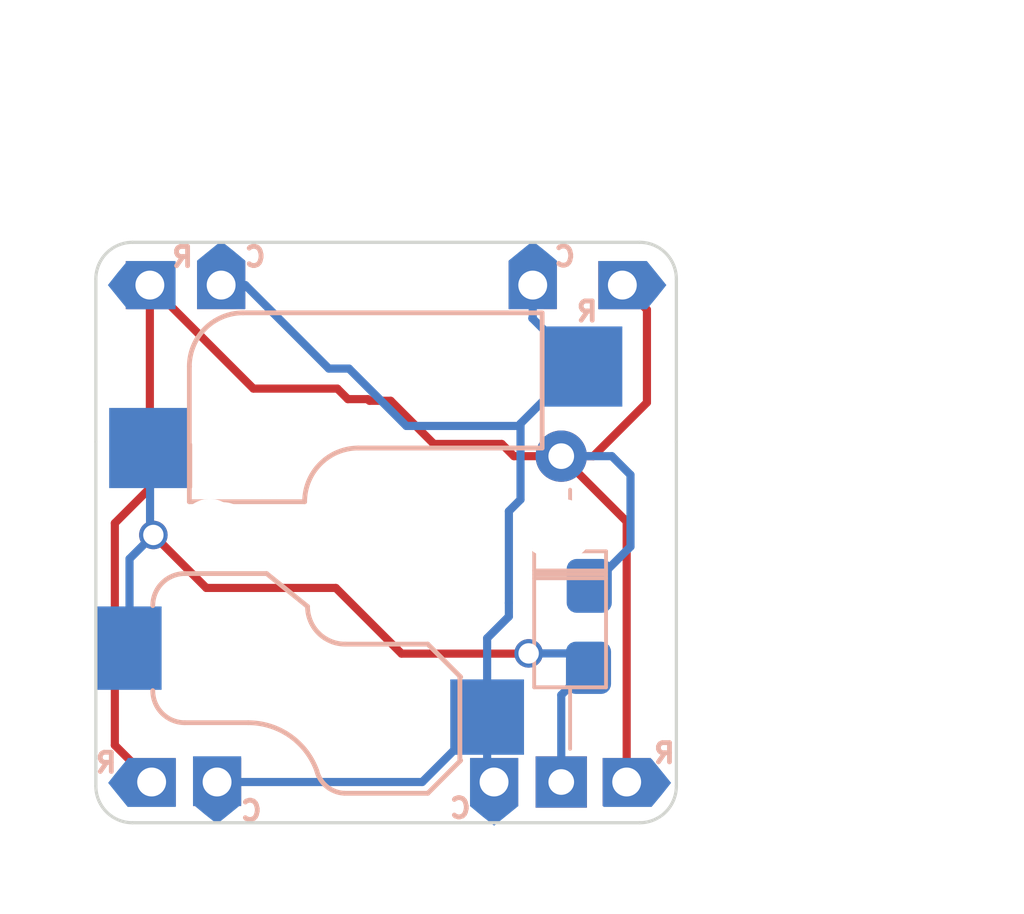
<source format=kicad_pcb>
(kicad_pcb (version 20211014) (generator pcbnew)
  (layers (0 "F.Cu" signal) (31 "B.Cu" signal) (34 "B.Paste" user) (35 "F.Paste" user) (36 "B.SilkS" user "B.Silkscreen") (37 "F.SilkS" user "F.Silkscreen") (38 "B.Mask" user) (39 "F.Mask" user) (44 "Edge.Cuts" user))
  (net 0 "")
  (net 1 "/key/SC0")
  (net 2 "/key/SR0")
  (net 3 "/key/switch/N-SD0")
  (footprint "amoeba-modules:SolderWirePad_1x01_Drill0.9mm_square" (layer "F.Cu") (at 241.554 102.87)
    (fp_text reference "SR0" hide)
    (fp_text value "Conn_01x01")
    (pad "1" thru_hole rect locked (at 0 0) (size 1.5 1.5) (drill 0.9) (layers *.Cu *.Mask) (net 2 "/key/SR0"))
  )
  (footprint "amoeba-modules:SolderWirePad_1x01_Drill0.9mm_square" (layer "F.Cu") (at 252.2855 118.364)
    (fp_text reference "SC1:1" hide)
    (fp_text value "Conn_01x01")
    (pad "1" thru_hole rect locked (at 0 0) (size 1.5 1.5) (drill 0.9) (layers *.Cu *.Mask) (net 1 "/key/SC0"))
  )
  (footprint "amoeba-modules:SolderWirePad_1x01_Drill0.9mm_square" (layer "F.Cu") (at 256.286 102.87)
    (fp_text reference "SR1" hide)
    (fp_text value "Conn_01x01")
    (pad "1" thru_hole rect locked (at 0 0) (size 1.5 1.5) (drill 0.9) (layers *.Cu *.Mask) (net 2 "/key/SR0"))
  )
  (footprint "amoeba-modules:SolderWirePad_1x01_Drill0.9mm_square" (layer "F.Cu") (at 243.6495 118.364)
    (fp_text reference "SC1:0" hide)
    (fp_text value "Conn_01x01")
    (pad "1" thru_hole rect locked (at 0 0) (size 1.5 1.5) (drill 0.9) (layers *.Cu *.Mask) (net 1 "/key/SC0"))
  )
  (footprint "amoeba-modules:SolderWirePad_1x01_Drill0.9mm_square" (layer "F.Cu") (at 253.492 102.87)
    (fp_text reference "SC0:0" hide)
    (fp_text value "Conn_01x01")
    (pad "1" thru_hole rect locked (at 0 0) (size 1.5 1.5) (drill 0.9) (layers *.Cu *.Mask) (net 1 "/key/SC0"))
  )
  (footprint "amoeba-modules:SolderWirePad_1x01_Drill0.9mm_square" (layer "F.Cu") (at 243.7765 102.87)
    (fp_text reference "SC0:1" hide)
    (fp_text value "Conn_01x01")
    (pad "1" thru_hole rect locked (at 0 0) (size 1.5 1.5) (drill 0.9) (layers *.Cu *.Mask) (net 1 "/key/SC0"))
  )
  (footprint "" (layer "F.Cu") (at 256.921 118.364)
    (fp_text reference "" (at 0 0) (layer "F.SilkS") (effects (font (size 1.27 1.27))))
    (fp_text value "" (at 0 0) (layer "F.SilkS") (effects (font (size 1.27 1.27))))
    (pad "1" thru_hole rect locked (at -0.5 0) (size 1.5 1.5) (drill 0.9) (layers *.Cu *.Mask) (net 2 "/key/SR0"))
  )
  (footprint "" (layer "F.Cu") (at 241.1095 118.364)
    (fp_text reference "" (at 0 0) (layer "F.SilkS") (effects (font (size 1.27 1.27))))
    (fp_text value "" (at 0 0) (layer "F.SilkS") (effects (font (size 1.27 1.27))))
    (pad "1" thru_hole rect locked (at 0.5 0) (size 1.5 1.5) (drill 0.9) (layers *.Cu *.Mask) (net 2 "/key/SR0"))
  )
  (footprint "kbd:ChocV1_V2_Hotswap" (layer "F.Cu") (at 248.92 110.49)
    (fp_text reference "SW1" hide)
    (fp_text value "SW_PUSH" hide)
    (fp_line (start -4.3 6.025) (end -6.275 6.025) (layer "B.SilkS") (width 0.15))
    (fp_line (start -3.725 1.375) (end -2.45 2.4) (layer "B.SilkS") (width 0.15))
    (fp_line (start 1.3 3.575) (end 2.325 4.6) (layer "B.SilkS") (width 0.15))
    (fp_line (start 2.3 4.575) (end 2.3 7.225) (layer "B.SilkS") (width 0.15))
    (fp_line (start 1.3 8.225) (end 2.325 7.2) (layer "B.SilkS") (width 0.15))
    (fp_line (start 1.3 3.575) (end -1.275 3.575) (layer "B.SilkS") (width 0.15))
    (fp_line (start 1.3 8.225) (end -1.3 8.225) (layer "B.SilkS") (width 0.15))
    (fp_line (start -3.725 1.375) (end -6.275 1.375) (layer "B.SilkS") (width 0.15))
    (fp_arc (start -1.300995 8.223791) (mid -1.848284 8.016021) (end -2.162199 7.521904) (layer "B.SilkS") (width 0.15))
    (fp_arc (start -6.275 6.025) (mid -6.982107 5.732107) (end -7.275 5.025) (layer "B.SilkS") (width 0.15))
    (fp_arc (start -7.275 2.375) (mid -6.982107 1.667893) (end -6.275 1.375) (layer "B.SilkS") (width 0.15))
    (fp_arc (start -4.3 6.025) (mid -2.995114 6.436429) (end -2.162199 7.521904) (layer "B.SilkS") (width 0.15))
    (fp_arc (start -1.275 3.575) (mid -2.10585 3.23085) (end -2.45 2.4) (layer "B.SilkS") (width 0.15))
    (pad "" np_thru_hole circle (at 5.5 0 90) (size 1.9 1.9) (drill 1.9) (layers *.Cu))
    (pad "" np_thru_hole circle (at -5 3.7 90) (size 3 3) (drill 3) (layers *.Cu *.Mask))
    (pad "" np_thru_hole circle (at 0 5.9 90) (size 3 3) (drill 3) (layers *.Cu *.Mask))
    (pad "" np_thru_hole circle (at -5.5 0 90) (size 1.9 1.9) (drill 1.9) (layers *.Cu))
    (pad "1" smd rect (at -8 3.7 180) (size 2 2.6) (layers "B.Cu" "B.Paste" "B.Mask") (net 3 "/key/switch/N-SD0"))
    (pad "2" smd rect (at 3.15 5.85 180) (size 2.3 2.35) (layers "B.Cu" "B.Paste" "B.Mask") (net 1 "/key/SC0"))
  )
  (footprint "pad-arrow-square" (layer "B.Cu") (at 253.492 102.5525 90)
    (fp_text reference "pad-arrow-square" hide)
    (fp_text value "G***" hide)
    (fp_poly (pts (xy -1.053924 -0.749653) (xy -1.053924 0.749653) (xy 0.445382 0.749653) (xy 0.754063 0.379236) (xy 1.053924 0) (xy 0.754063 -0.370417) (xy 0.445382 -0.749653) (xy -1.053924 -0.749653)) (layer "B.Cu") (width 0.00254) (fill solid))
  )
  (footprint "pad-arrow-square" (layer "B.Cu") (at 241.3 102.87 180)
    (fp_text reference "pad-arrow-square" hide)
    (fp_text value "G***" hide)
    (fp_poly (pts (xy -1.053924 -0.749653) (xy -1.053924 0.749653) (xy 0.445382 0.749653) (xy 0.754063 0.379236) (xy 1.053924 0) (xy 0.754063 -0.370417) (xy 0.445382 -0.749653) (xy -1.053924 -0.749653)) (layer "B.Cu") (width 0.00254) (fill solid))
  )
  (footprint "pad-arrow-square" (layer "B.Cu") (at 252.288199 118.670128 -90)
    (fp_text reference "pad-arrow-square" hide)
    (fp_text value "G***" hide)
    (fp_poly (pts (xy -1.053924 -0.749653) (xy -1.053924 0.749653) (xy 0.445382 0.749653) (xy 0.754063 0.379236) (xy 1.053924 0) (xy 0.754063 -0.370417) (xy 0.445382 -0.749653) (xy -1.053924 -0.749653)) (layer "B.Cu") (width 0.00254) (fill solid))
  )
  (footprint "pad-arrow-square" (layer "B.Cu") (at 256.6035 102.87)
    (fp_text reference "pad-arrow-square" hide)
    (fp_text value "G***" hide)
    (fp_poly (pts (xy -1.053924 -0.749653) (xy -1.053924 0.749653) (xy 0.445382 0.749653) (xy 0.754063 0.379236) (xy 1.053924 0) (xy 0.754063 -0.370417) (xy 0.445382 -0.749653) (xy -1.053924 -0.749653)) (layer "B.Cu") (width 0.00254) (fill solid))
  )
  (footprint "Diode_SMD:D_0805_2012Metric_Pad1.15x1.40mm_HandSolder" (layer "B.Cu") (at 255.254 113.538 90)
    (fp_text reference "D1" hide)
    (fp_text value "DIODE")
    (pad "1" smd roundrect (at -1.264939 -0.023442 90) (size 1.629879 1.40619) (layers "B.Cu" "B.Paste" "B.Mask") (roundrect_rratio 0.2173909642) (net 3 "/key/switch/N-SD0"))
    (pad "2" smd roundrect (at 1.289748 -0.000413 90) (size 1.679496 1.407033) (layers "B.Cu" "B.Paste" "B.Mask") (roundrect_rratio 0.2173900683) (net 2 "/key/SR0"))
  )
  (footprint "pad-arrow-square" (layer "B.Cu") (at 243.7765 102.5525 90)
    (fp_text reference "pad-arrow-square" hide)
    (fp_text value "G***" hide)
    (fp_poly (pts (xy -1.053924 -0.749653) (xy -1.053924 0.749653) (xy 0.445382 0.749653) (xy 0.754063 0.379236) (xy 1.053924 0) (xy 0.754063 -0.370417) (xy 0.445382 -0.749653) (xy -1.053924 -0.749653)) (layer "B.Cu") (width 0.00254) (fill solid))
  )
  (footprint "pad-arrow-square" (layer "B.Cu") (at 243.6495 118.618 -90)
    (fp_text reference "pad-arrow-square" hide)
    (fp_text value "G***" hide)
    (fp_poly (pts (xy -1.053924 -0.749653) (xy -1.053924 0.749653) (xy 0.445382 0.749653) (xy 0.754063 0.379236) (xy 1.053924 0) (xy 0.754063 -0.370417) (xy 0.445382 -0.749653) (xy -1.053924 -0.749653)) (layer "B.Cu") (width 0.00254) (fill solid))
  )
  (footprint "Diode_THT:D_DO-35_SOD27_P10.16mm_Horizontal" (layer "B.Cu") (at 254.381 118.364 90)
    (fp_text reference "D0" hide)
    (fp_text value "DIODE")
    (fp_line (start 6.593295 -0.843958) (end 6.593295 1.396042) (layer "B.SilkS") (width 0.12))
    (fp_line (start 9.113295 0.276042) (end 7.193295 0.276042) (layer "B.SilkS") (width 0.12))
    (fp_line (start 2.953295 -0.843958) (end 7.193295 -0.843958) (layer "B.SilkS") (width 0.12))
    (fp_line (start 2.953295 1.396042) (end 2.953295 -0.843958) (layer "B.SilkS") (width 0.12))
    (fp_line (start 6.353295 -0.843958) (end 6.353295 1.396042) (layer "B.SilkS") (width 0.12))
    (fp_line (start 7.193295 -0.843958) (end 7.193295 1.396042) (layer "B.SilkS") (width 0.12))
    (fp_line (start 6.473295 -0.843958) (end 6.473295 1.396042) (layer "B.SilkS") (width 0.12))
    (fp_line (start 1.033295 0.276042) (end 2.953295 0.276042) (layer "B.SilkS") (width 0.12))
    (fp_line (start 7.193295 1.396042) (end 2.953295 1.396042) (layer "B.SilkS") (width 0.12))
    (pad "1" thru_hole rect (at 0 0 90) (size 1.6 1.6) (drill 0.8) (layers *.Cu *.Mask) (net 3 "/key/switch/N-SD0"))
    (pad "2" thru_hole oval (at 10.16 0 90) (size 1.6 1.6) (drill 0.8) (layers *.Cu *.Mask) (net 2 "/key/SR0"))
  )
  (footprint "amoeba-modules:Kailh_MX_Socket" (layer "B.Cu") (at 248.92 110.49 180)
    (fp_text reference "S0" hide)
    (fp_text value "MX1A" hide)
    (fp_line (start 6.135 0.865) (end 2.54 0.865) (layer "B.SilkS") (width 0.15))
    (fp_line (start 6.135 5.08) (end 6.135 0.865) (layer "B.SilkS") (width 0.15))
    (fp_line (start 0.865 2.54) (end -4.865 2.54) (layer "B.SilkS") (width 0.15))
    (fp_line (start -4.865 6.75) (end -4.865 2.54) (layer "B.SilkS") (width 0.15))
    (fp_line (start 4.46 6.755) (end -4.865 6.755) (layer "B.SilkS") (width 0.15))
    (fp_arc (start 2.54 0.865) (mid 2.049404 2.049404) (end 0.865 2.54) (layer "B.SilkS") (width 0.15))
    (fp_arc (start 6.135 5.08) (mid 5.644404 6.264404) (end 4.46 6.755) (layer "B.SilkS") (width 0.15))
    (pad "" np_thru_hole circle locked (at 3.81 2.54 180) (size 2.95 2.95) (drill 2.95) (layers *.Cu *.Mask))
    (pad "" np_thru_hole circle locked (at 0 0 180) (size 3.98018 3.98018) (drill 3.98018) (layers *.Cu *.Mask))
    (pad "" np_thru_hole circle locked (at -5.08 0 180) (size 1.7 1.7) (drill 1.7) (layers *.Cu *.Mask))
    (pad "" np_thru_hole circle locked (at 5.08 0 180) (size 1.7 1.7) (drill 1.7) (layers *.Cu *.Mask))
    (pad "" np_thru_hole circle locked (at -2.54 5.08 180) (size 2.95 2.95) (drill 2.95) (layers *.Cu *.Mask))
    (pad "1" smd rect locked (at 7.36 2.54 180) (size 2.55 2.5) (layers "B.Cu" "B.Paste" "B.Mask") (net 3 "/key/switch/N-SD0"))
    (pad "2" smd rect locked (at -6.09 5.08 180) (size 2.55 2.5) (layers "B.Cu" "B.Paste" "B.Mask") (net 1 "/key/SC0"))
  )
  (footprint "pad-arrow-square" (layer "B.Cu") (at 241.308181 118.390569 180)
    (fp_text reference "pad-arrow-square" hide)
    (fp_text value "G***" hide)
    (fp_poly (pts (xy -1.053924 -0.749653) (xy -1.053924 0.749653) (xy 0.445382 0.749653) (xy 0.754063 0.379236) (xy 1.053924 0) (xy 0.754063 -0.370417) (xy 0.445382 -0.749653) (xy -1.053924 -0.749653)) (layer "B.Cu") (width 0.00254) (fill solid))
  )
  (footprint "pad-arrow-square" (layer "B.Cu") (at 256.750677 118.390569)
    (fp_text reference "pad-arrow-square" hide)
    (fp_text value "G***" hide)
    (fp_poly (pts (xy -1.053924 -0.749653) (xy -1.053924 0.749653) (xy 0.445382 0.749653) (xy 0.754063 0.379236) (xy 1.053924 0) (xy 0.754063 -0.370417) (xy 0.445382 -0.749653) (xy -1.053924 -0.749653)) (layer "B.Cu") (width 0.00254) (fill solid))
  )
  (gr_line (start 242.824 109.1692) (end 242.824 107.8357) (layer "B.SilkS") (width 0.1))
  (gr_arc (start 241.013 119.634) (mid 240.204777 119.299223) (end 239.87 118.491) (layer "Edge.Cuts") (width 0.1))
  (gr_arc (start 239.87 102.6795) (mid 240.204777 101.871277) (end 241.013 101.5365) (layer "Edge.Cuts") (width 0.1))
  (gr_line (start 241.013 119.634) (end 256.827 119.634) (layer "Edge.Cuts") (width 0.1))
  (gr_line (start 241.013 101.5365) (end 256.827 101.5365) (layer "Edge.Cuts") (width 0.1))
  (gr_line (start 239.87 118.491) (end 239.87 107.7595) (layer "Edge.Cuts") (width 0.1))
  (gr_line (start 239.87 102.6795) (end 239.87 107.7595) (layer "Edge.Cuts") (width 0.1))
  (gr_line (start 257.97 102.6795) (end 257.97 107.7595) (layer "Edge.Cuts") (width 0.1))
  (gr_line (start 257.97 118.491) (end 257.97 107.7595) (layer "Edge.Cuts") (width 0.1))
  (gr_arc (start 257.97 118.491) (mid 257.635223 119.299223) (end 256.827 119.634) (layer "Edge.Cuts") (width 0.1))
  (gr_arc (start 256.827 101.5365) (mid 257.635223 101.871277) (end 257.97 102.6795) (layer "Edge.Cuts") (width 0.1))
  (gr_text "R" (at 242.971511 101.996443) (layer "B.SilkS") (effects (font (size 0.6 0.6)) (justify left mirror)))
  (gr_text "C" (at 254.889 101.981) (layer "B.SilkS") (effects (font (size 0.6 0.6)) (justify left mirror)))
  (gr_text "R" (at 255.5875 103.6955) (layer "B.SilkS") (effects (font (size 0.6 0.6)) (justify left mirror)))
  (gr_text "R" (at 257.99646 117.46683) (layer "B.SilkS") (effects (font (size 0.6 0.6)) (justify left mirror)))
  (gr_text "R" (at 240.592872 117.765778) (layer "B.SilkS") (effects (font (size 0.6 0.6)) (justify left mirror)))
  (gr_text "C" (at 251.632753 119.181232) (layer "B.SilkS") (effects (font (size 0.6 0.6)) (justify left mirror)))
  (gr_text "C" (at 245.23557 101.990759) (layer "B.SilkS") (effects (font (size 0.6 0.6)) (justify left mirror)))
  (gr_text "C" (at 245.115961 119.262071) (layer "B.SilkS") (effects (font (size 0.6 0.6)) (justify left mirror)))
  (segment (start 254.985 105.41) (end 255.01 105.41) (width 0.254) (layer "B.Cu") (net 1))
  (segment (start 252.07 113.880509) (end 252.07 116.34) (width 0.254) (layer "B.Cu") (net 1))
  (segment (start 252.730009 113.2205) (end 252.748155 113.202354) (width 0.254) (layer "B.Cu") (net 1))
  (segment (start 243.7765 102.87) (end 244.530362 102.87) (width 0.254) (layer "B.Cu") (net 1))
  (segment (start 243.7765 102.87) (end 244.261618 102.87) (width 0.254) (layer "B.Cu") (net 1))
  (segment (start 253.492 102.87) (end 253.492 103.892) (width 0.254) (layer "B.Cu") (net 1))
  (segment (start 253.111 109.557118) (end 253.111 107.188) (width 0.254) (layer "B.Cu") (net 1))
  (segment (start 252.730009 113.2205) (end 252.07 113.880509) (width 0.254) (layer "B.Cu") (net 1))
  (segment (start 247.133862 105.4735) (end 247.762479 105.4735) (width 0.254) (layer "B.Cu") (net 1))
  (segment (start 244.530362 102.87) (end 247.133862 105.4735) (width 0.254) (layer "B.Cu") (net 1))
  (segment (start 249.55098 107.262001) (end 253.111 107.262001) (width 0.254) (layer "B.Cu") (net 1))
  (segment (start 252.748155 109.919963) (end 253.111 109.557118) (width 0.254) (layer "B.Cu") (net 1))
  (segment (start 253.481 103.906) (end 254.985 105.41) (width 0.254) (layer "B.Cu") (net 1))
  (segment (start 243.6495 118.364) (end 250.046 118.364) (width 0.254) (layer "B.Cu") (net 1))
  (segment (start 253.481 103.903) (end 253.481 103.906) (width 0.254) (layer "B.Cu") (net 1))
  (segment (start 253.492 103.892) (end 253.481 103.903) (width 0.254) (layer "B.Cu") (net 1))
  (segment (start 252.748155 112.781489) (end 252.748154 112.78149) (width 0.254) (layer "B.Cu") (net 1))
  (segment (start 252.07 118.1485) (end 252.2855 118.364) (width 0.254) (layer "B.Cu") (net 1))
  (segment (start 252.748155 113.202354) (end 252.748155 109.919963) (width 0.254) (layer "B.Cu") (net 1))
  (segment (start 247.762479 105.4735) (end 249.55098 107.262001) (width 0.254) (layer "B.Cu") (net 1))
  (segment (start 250.046 118.364) (end 252.07 116.34) (width 0.254) (layer "B.Cu") (net 1))
  (segment (start 253.111 107.188) (end 254.889 105.41) (width 0.254) (layer "B.Cu") (net 1))
  (segment (start 254.889 105.41) (end 255.01 105.41) (width 0.254) (layer "B.Cu") (net 1))
  (segment (start 252.07 116.34) (end 252.07 118.1485) (width 0.254) (layer "B.Cu") (net 1))
  (segment (start 241.554 102.87) (end 244.781999 106.097999) (width 0.254) (layer "F.Cu") (net 2))
  (segment (start 250.407694 107.82301) (end 249.062147 106.477463) (width 0.254) (layer "F.Cu") (net 2))
  (segment (start 240.462443 117.216943) (end 241.6095 118.364) (width 0.254) (layer "F.Cu") (net 2))
  (segment (start 252.905258 108.204) (end 252.524268 107.82301) (width 0.254) (layer "F.Cu") (net 2))
  (segment (start 247.399264 106.097999) (end 247.727274 106.426009) (width 0.254) (layer "F.Cu") (net 2))
  (segment (start 248.399963 106.477463) (end 248.348509 106.426009) (width 0.254) (layer "F.Cu") (net 2))
  (segment (start 249.062147 106.477463) (end 248.399963 106.477463) (width 0.254) (layer "F.Cu") (net 2))
  (segment (start 254.381 108.204) (end 255.381 108.204) (width 0.254) (layer "F.Cu") (net 2))
  (segment (start 241.554 102.87) (end 241.554 109.201594) (width 0.254) (layer "F.Cu") (net 2))
  (segment (start 256.286 102.87) (end 256.286 102.927795) (width 0.254) (layer "F.Cu") (net 2))
  (segment (start 252.524268 107.82301) (end 250.407694 107.82301) (width 0.254) (layer "F.Cu") (net 2))
  (segment (start 241.554 109.201594) (end 240.462443 110.293151) (width 0.254) (layer "F.Cu") (net 2))
  (segment (start 257.052637 106.532363) (end 257.052637 103.636637) (width 0.254) (layer "F.Cu") (net 2))
  (segment (start 248.348509 106.426009) (end 247.727274 106.426009) (width 0.254) (layer "F.Cu") (net 2))
  (segment (start 256.421 110.244) (end 256.421 118.364) (width 0.254) (layer "F.Cu") (net 2))
  (segment (start 252.905258 108.204) (end 254.381 108.204) (width 0.254) (layer "F.Cu") (net 2))
  (segment (start 257.052637 103.636637) (end 256.286 102.87) (width 0.254) (layer "F.Cu") (net 2))
  (segment (start 255.381 108.204) (end 257.052637 106.532363) (width 0.254) (layer "F.Cu") (net 2))
  (segment (start 240.462443 110.293151) (end 240.462443 117.216943) (width 0.254) (layer "F.Cu") (net 2))
  (segment (start 244.781999 106.097999) (end 247.399264 106.097999) (width 0.254) (layer "F.Cu") (net 2))
  (segment (start 254.381 108.204) (end 256.421 110.244) (width 0.254) (layer "F.Cu") (net 2))
  (segment (start 255.152 112.513) (end 255.778 111.887) (width 0.254) (layer "B.Cu") (net 2))
  (segment (start 241.554 102.87) (end 241.554 103.124) (width 0.254) (layer "B.Cu") (net 2))
  (segment (start 242.021769 103.083768) (end 242.016566 103.101145) (width 0.254) (layer "B.Cu") (net 2))
  (segment (start 255.956538 108.204) (end 254.381 108.204) (width 0.254) (layer "B.Cu") (net 2))
  (segment (start 241.6175 102.87) (end 241.554 102.87) (width 0.254) (layer "B.Cu") (net 2))
  (segment (start 256.54 111.024841) (end 256.54 108.787462) (width 0.254) (layer "B.Cu") (net 2))
  (segment (start 256.54 108.787462) (end 255.956538 108.204) (width 0.254) (layer "B.Cu") (net 2))
  (segment (start 255.246076 112.318765) (end 256.54 111.024841) (width 0.254) (layer "B.Cu") (net 2))
  (segment (start 242.016566 103.101145) (end 241.940608 103.142101) (width 0.254) (layer "B.Cu") (net 2))
  (segment (start 249.400191 114.361231) (end 247.351959 112.312999) (width 0.254) (layer "F.Cu") (net 3))
  (segment (start 247.351959 112.312999) (end 243.31456 112.312999) (width 0.254) (layer "F.Cu") (net 3))
  (segment (start 243.31456 112.312999) (end 241.663106 110.661545) (width 0.254) (layer "F.Cu") (net 3))
  (segment (start 253.36421 114.353826) (end 253.356805 114.361231) (width 0.254) (layer "F.Cu") (net 3))
  (segment (start 253.356805 114.361231) (end 249.400191 114.361231) (width 0.254) (layer "F.Cu") (net 3))
  (via (at 253.36421 114.353826) (size 0.889) (drill 0.635) (layers "F.Cu" "B.Cu") (net 3))
  (via (at 241.663106 110.661545) (size 0.889) (drill 0.635) (layers "F.Cu" "B.Cu") (net 3))
  (segment (start 241.56 107.95) (end 241.56 110.558439) (width 0.254) (layer "B.Cu") (net 3))
  (segment (start 253.36421 114.353826) (end 254.817136 114.353826) (width 0.254) (layer "B.Cu") (net 3))
  (segment (start 241.56 110.558439) (end 241.663106 110.661545) (width 0.254) (layer "B.Cu") (net 3))
  (segment (start 240.92 114.19) (end 240.92 111.404651) (width 0.254) (layer "B.Cu") (net 3))
  (segment (start 240.830301 114.100301) (end 240.92 114.19) (width 0.254) (layer "B.Cu") (net 3))
  (segment (start 241.585 107.95) (end 242.2525 108.6175) (width 0.254) (layer "B.Cu") (net 3))
  (segment (start 254.381 115.652497) (end 254.381 118.364) (width 0.254) (layer "B.Cu") (net 3))
  (segment (start 242.273908 108.663908) (end 241.56 107.95) (width 0.254) (layer "B.Cu") (net 3))
  (segment (start 241.56 107.95) (end 240.830301 108.679699) (width 0.254) (layer "B.Cu") (net 3))
  (segment (start 255.230558 114.802939) (end 254.381 115.652497) (width 0.254) (layer "B.Cu") (net 3))
  (segment (start 240.92 111.404651) (end 241.663106 110.661545) (width 0.254) (layer "B.Cu") (net 3))
  (segment (start 241.56 107.95) (end 241.585 107.95) (width 0.254) (layer "B.Cu") (net 3))
  (segment (start 242.062 108.452) (end 241.56 107.95) (width 0.254) (layer "B.Cu") (net 3))
  (segment (start 255.240729 114.777419) (end 255.381 114.91769) (width 0.254) (layer "B.Cu") (net 3))
  (segment (start 241.56 107.95) (end 241.934999 108.324999) (width 0.254) (layer "B.Cu") (net 3))
  (segment (start 254.817136 114.353826) (end 255.240729 114.777419) (width 0.254) (layer "B.Cu") (net 3))
)
</source>
